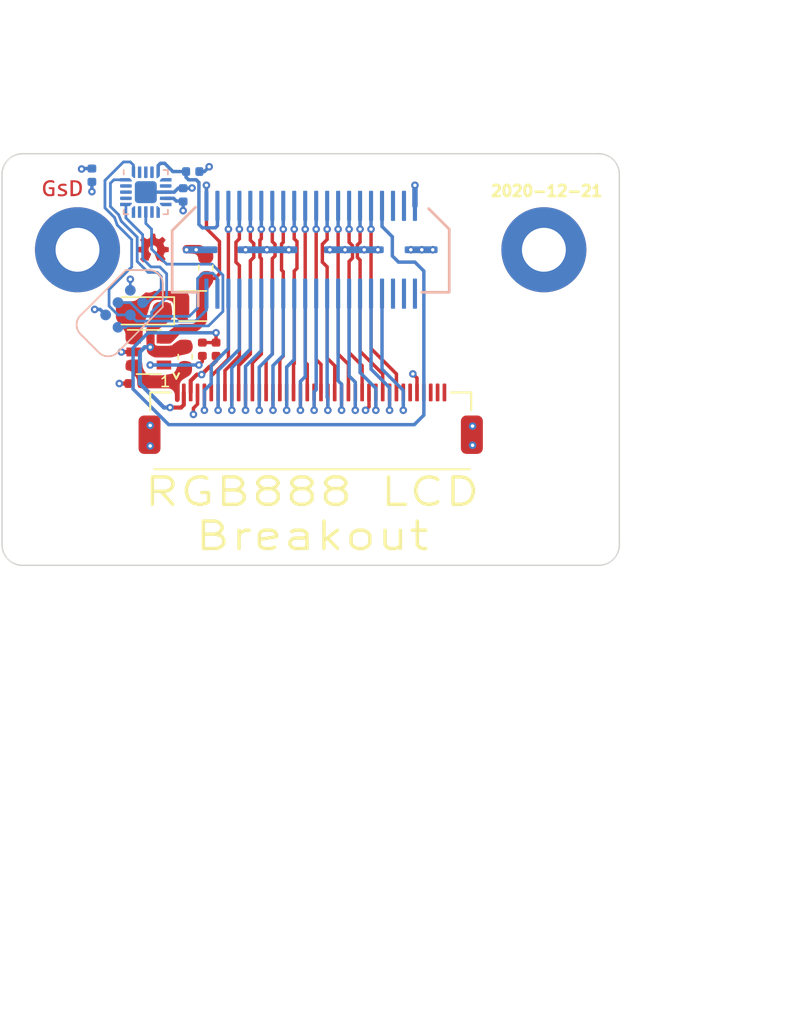
<source format=kicad_pcb>
(kicad_pcb (version 20221018) (generator pcbnew)
  (title_block (title "RGB888 LCD breakout") (date "2020-12-21") (rev "r1.0") (comment 1 "SYZYGY Pod"))
  (layers (0 "F.Cu" signal) (1 "In1.Cu" power) (2 "In2.Cu" signal) (31 "B.Cu" signal) (34 "B.Paste" user) (35 "F.Paste" user) (36 "B.SilkS" user "B.Silkscreen") (37 "F.SilkS" user "F.Silkscreen") (38 "B.Mask" user) (39 "F.Mask" user) (44 "Edge.Cuts" user))
  (net 0 "")
  (net 1 "GND")
  (net 2 "+3V3")
  (net 3 "/Peripheral MCU/MISO")
  (net 4 "/Peripheral MCU/~{RESET}")
  (net 5 "/SCL")
  (net 6 "/SDA")
  (net 7 "/RGA")
  (net 8 "/R0")
  (net 9 "/R1")
  (net 10 "/R2")
  (net 11 "/R3")
  (net 12 "+5V")
  (net 13 "/R4")
  (net 14 "/R5")
  (net 15 "/R6")
  (net 16 "/R7")
  (net 17 "/G0")
  (net 18 "/G1")
  (net 19 "/G2")
  (net 20 "/G3")
  (net 21 "/G4")
  (net 22 "/G5")
  (net 23 "/G6")
  (net 24 "/G7")
  (net 25 "/B0")
  (net 26 "/B1")
  (net 27 "/B2")
  (net 28 "/B3")
  (net 29 "/B4")
  (net 30 "/B5")
  (net 31 "/B6")
  (net 32 "/B7")
  (net 33 "/CLK")
  (net 34 "/DISP")
  (net 35 "/HSYNC")
  (net 36 "Net-(U2-Pad2)")
  (net 37 "Net-(U2-Pad3)")
  (net 38 "Net-(U2-Pad4)")
  (net 39 "Net-(U2-Pad11)")
  (net 40 "Net-(U2-Pad12)")
  (net 41 "Net-(U2-Pad14)")
  (net 42 "Net-(U2-Pad15)")
  (net 43 "Net-(J1-Pad37)")
  (net 44 "Net-(J1-Pad38)")
  (net 45 "/VCCIO")
  (net 46 "/VSYNC")
  (net 47 "/DEN")
  (net 48 "Net-(J1-Pad35)")
  (net 49 "Net-(D1-Pad2)")
  (net 50 "/TPY2")
  (net 51 "Net-(J1-Pad36)")
  (net 52 "/TPX2")
  (net 53 "/TPY1")
  (net 54 "/TPX1")
  (net 55 "/BLEN")
  (net 56 "no_connect_59")
  (net 57 "/VLED+")
  (net 58 "/VLED-")
  (net 59 "no_connect_63")
  (net 60 "no_connect_64")
  (net 61 "Net-(R1-Pad2)")
  (net 62 "no_connect_60")
  (net 63 "no_connect_61")
  (net 64 "no_connect_62")
  (net 65 "no_connect_65")
  (footprint "Inductor_SMD:L_Taiyo-Yuden_MD-2020" (layer "F.Cu") (at 121.4 92.3 180)
    (fp_text reference "L1" hide)
    (fp_text value "2.2uH" hide)
  )
  (footprint "MountingHole:MountingHole_3.2mm_M3_DIN965" (layer "F.Cu") (at 147.5 98.2 90)
    (fp_text reference "H2" hide)
    (fp_text value "MountingHole" hide)
  )
  (footprint "MountingHole:MountingHole_3.2mm_M3_DIN965" (layer "F.Cu") (at 112.5 98.2 90)
    (fp_text reference "H1" hide)
    (fp_text value "MountingHole" hide)
  )
  (footprint "Resistor_SMD:R_0402_1005Metric" (layer "F.Cu") (at 123.1 95.45 90)
    (fp_text reference "R2" hide)
    (fp_text value "10k" hide)
  )
  (footprint "Package_TO_SOT_SMD:SOT-23-6" (layer "F.Cu") (at 118.2 95.65)
    (fp_text reference "U1" hide)
    (fp_text value "PT4103" hide)
  )
  (footprint "Resistor_SMD:R_0402_1005Metric" (layer "F.Cu") (at 117.2 97.95)
    (fp_text reference "R3" hide)
    (fp_text value "5R1" hide)
  )
  (footprint "gkl_logos:gsd_logo_small" (layer "F.Cu") (at 111.9 83.8)
    (fp_text reference "G***" hide)
    (fp_text value "LOGO" hide)
  )
  (footprint "gsd-footprints:X05A20H40G" (layer "F.Cu") (at 130 98.6)
    (fp_text reference "J2" hide)
    (fp_text value "Conn_01x40_MountingPin" hide)
  )
  (footprint "Connector_PinHeader_1.00mm:PinHeader_1x01_P1.00mm_Vertical" (layer "F.Cu") (at 146.56 142.81)
    (fp_text reference "" hide)
    (fp_text value "" hide)
  )
  (footprint "Capacitor_SMD:C_0603_1608Metric" (layer "F.Cu") (at 120.85 96 -90)
    (fp_text reference "C1" hide)
    (fp_text value "0.1uF" hide)
  )
  (footprint "Diode_SMD:D_SOD-123F" (layer "F.Cu") (at 117.85 92.65 180)
    (fp_text reference "D1" hide)
    (fp_text value "D_ALT" hide)
  )
  (footprint "Capacitor_SMD:C_0603_1608Metric" (layer "F.Cu") (at 122.35 89.5 90)
    (fp_text reference "C2" hide)
    (fp_text value "22uF" hide)
  )
  (footprint "Resistor_SMD:R_0402_1005Metric" (layer "F.Cu") (at 122.1 95.45 -90)
    (fp_text reference "R1" hide)
    (fp_text value "1k" hide)
  )
  (footprint "gkl_logos:oshw_small" (layer "F.Cu") (at 118.5 88.1)
    (fp_text reference "G***" hide)
    (fp_text value "LOGO" hide)
  )
  (footprint "gsd-footprints:SYZYGY-STD-POD" (layer "B.Cu") (at 130 88.2 180)
    (fp_text reference "J1" hide)
    (fp_text value "SYZYGY-STD" hide)
  )
  (footprint "Package_DFN_QFN:QFN-20-1EP_3x3mm_P0.45mm_EP1.6x1.6mm" (layer "B.Cu") (at 117.979 84 -90)
    (fp_text reference "U2" hide)
    (fp_text value "ATtiny44A-MMH" hide)
  )
  (footprint "Resistor_SMD:R_0402_1005Metric" (layer "B.Cu") (at 121.4 82.5 180)
    (fp_text reference "R15" hide)
    (fp_text value "10K" hide)
  )
  (footprint "Capacitor_SMD:C_0402_1005Metric" (layer "B.Cu") (at 120.7 84.2 90)
    (fp_text reference "C9" hide)
    (fp_text value "0.1uF" hide)
  )
  (footprint "Capacitor_SMD:C_0402_1005Metric" (layer "B.Cu") (at 114.05 82.765 90)
    (fp_text reference "C10" hide)
    (fp_text value "1uF" hide)
  )
  (footprint "pkl_tag_connect:TC2030-NL_SMALL" (layer "B.Cu") (at 116.4 92.5 -135)
    (fp_text reference "J3" hide)
    (fp_text value "TagConnect" hide)
  )
  (gr_line (start 151 111.2) (end 109 111.2) (stroke (width 0.1)) (layer "Edge.Cuts"))
  (gr_line (start 109 81.2) (end 151 81.2) (stroke (width 0.1)) (layer "Edge.Cuts"))
  (gr_line (start 107.5 109.7) (end 107.5 82.7) (stroke (width 0.1)) (layer "Edge.Cuts"))
  (gr_arc (start 107.5 82.7) (mid 107.93934 81.63934) (end 109 81.2) (stroke (width 0.1)) (layer "Edge.Cuts"))
  (gr_arc (start 109 111.2) (mid 107.93934 110.76066) (end 107.5 109.7) (stroke (width 0.1)) (layer "Edge.Cuts"))
  (gr_line (start 152.5 82.7) (end 152.5 109.7) (stroke (width 0.1)) (layer "Edge.Cuts"))
  (gr_arc (start 151 81.2) (mid 152.06066 81.63934) (end 152.5 82.7) (stroke (width 0.1)) (layer "Edge.Cuts"))
  (gr_arc (start 152.5 109.7) (mid 152.06066 110.76066) (end 151 111.2) (stroke (width 0.1)) (layer "Edge.Cuts"))
  (gr_text "2020-12-21\n" (at 147.2 83.918) (layer "F.SilkS") (effects (font (size 0.8 0.8) (thickness 0.2))))
  (gr_text "RGB888 LCD\nBreakout" (at 130.1 107.45) (layer "F.SilkS") (effects (font (size 2 2.6) (thickness 0.25))))
  (segment (start 137.75 97.55) (end 137.45 97.25) (width 0.25) (layer "F.Cu") (net 1))
  (segment (start 122.6 96.75) (end 122.65 96.75) (width 0.3) (layer "F.Cu") (net 1))
  (segment (start 134.25 98.6) (end 134.25 99.65) (width 0.25) (layer "F.Cu") (net 1))
  (segment (start 121.25 97.75) (end 121.25 98.6) (width 0.3) (layer "F.Cu") (net 1))
  (segment (start 121.8375 88.2) (end 122.35 88.7125) (width 0.25) (layer "F.Cu") (net 1))
  (segment (start 116.715 97.95) (end 116.05 97.95) (width 0.3) (layer "F.Cu") (net 1))
  (segment (start 122.05 97.3) (end 122.6 96.75) (width 0.3) (layer "F.Cu") (net 1))
  (segment (start 122.05 97.3) (end 121.7 97.3) (width 0.3) (layer "F.Cu") (net 1))
  (segment (start 121.7 97.3) (end 121.25 97.75) (width 0.3) (layer "F.Cu") (net 1))
  (segment (start 137.75 98.6) (end 137.75 97.55) (width 0.25) (layer "F.Cu") (net 1))
  (segment (start 123.1 96.3) (end 123.1 95.935) (width 0.3) (layer "F.Cu") (net 1))
  (segment (start 121.65 88.2) (end 121.8375 88.2) (width 0.25) (layer "F.Cu") (net 1))
  (segment (start 122.65 96.75) (end 123.1 96.3) (width 0.3) (layer "F.Cu") (net 1))
  (segment (start 134.25 99.65) (end 134 99.9) (width 0.25) (layer "F.Cu") (net 1))
  (segment (start 117.1 95.65) (end 116.2 95.65) (width 0.3) (layer "F.Cu") (net 1))
  (via (at 120.95 88.2) (size 0.55) (drill 0.25) (layers "F.Cu" "B.Cu") (net 1))
  (via (at 116.2 95.65) (size 0.55) (drill 0.25) (layers "F.Cu" "B.Cu") (net 1))
  (via (at 141.8 101.05) (size 0.55) (drill 0.25) (layers "F.Cu" "B.Cu") (net 1))
  (via (at 137.3 88.2) (size 0.55) (drill 0.25) (layers "F.Cu" "B.Cu") (net 1))
  (via (at 128.4 88.2) (size 0.55) (drill 0.25) (layers "F.Cu" "B.Cu") (net 1))
  (via (at 131.4 88.2) (size 0.55) (drill 0.25) (layers "F.Cu" "B.Cu") (net 1))
  (via (at 134 99.9) (size 0.55) (drill 0.25) (layers "F.Cu" "B.Cu") (net 1))
  (via (at 132.5 88.2) (size 0.55) (drill 0.25) (layers "F.Cu" "B.Cu") (net 1))
  (via (at 138.9 88.2) (size 0.55) (drill 0.25) (layers "F.Cu" "B.Cu") (net 1))
  (via (at 118.3 101) (size 0.55) (drill 0.25) (layers "F.Cu" "B.Cu") (net 1))
  (via (at 113.3 82.315) (size 0.55) (drill 0.25) (layers "F.Cu" "B.Cu") (net 1))
  (via (at 121.65 88.2) (size 0.55) (drill 0.25) (layers "F.Cu" "B.Cu") (net 1))
  (via (at 141.8 102.45) (size 0.55) (drill 0.25) (layers "F.Cu" "B.Cu") (net 1))
  (via (at 126.8 88.2) (size 0.55) (drill 0.25) (layers "F.Cu" "B.Cu") (net 1))
  (via (at 133.9 88.2) (size 0.55) (drill 0.25) (layers "F.Cu" "B.Cu") (net 1))
  (via (at 137.45 97.25) (size 0.55) (drill 0.25) (layers "F.Cu" "B.Cu") (net 1))
  (via (at 121.35 83.7) (size 0.55) (drill 0.25) (layers "F.Cu" "B.Cu") (net 1))
  (via (at 125.25 88.2) (size 0.55) (drill 0.25) (layers "F.Cu" "B.Cu") (net 1))
  (via (at 116.05 97.95) (size 0.55) (drill 0.25) (layers "F.Cu" "B.Cu") (net 1))
  (via (at 114.25 92.55) (size 0.55) (drill 0.25) (layers "F.Cu" "B.Cu") (net 1))
  (via (at 138.1 88.2) (size 0.55) (drill 0.25) (layers "F.Cu" "B.Cu") (net 1))
  (via (at 134.9 88.2) (size 0.55) (drill 0.25) (layers "F.Cu" "B.Cu") (net 1))
  (via (at 122.05 97.3) (size 0.55) (drill 0.25) (layers "F.Cu" "B.Cu") (net 1))
  (via (at 118.3 102.5) (size 0.55) (drill 0.25) (layers "F.Cu" "B.Cu") (net 1))
  (segment (start 113.335 82.28) (end 113.3 82.315) (width 0.25) (layer "B.Cu") (net 1))
  (segment (start 119.429 84) (end 120.05 84) (width 0.25) (layer "B.Cu") (net 1))
  (segment (start 115.052962 92.949013) (end 114.653949 92.55) (width 0.25) (layer "B.Cu") (net 1))
  (segment (start 121.335 83.715) (end 121.35 83.7) (width 0.25) (layer "B.Cu") (net 1))
  (segment (start 120.7 83.715) (end 121.335 83.715) (width 0.25) (layer "B.Cu") (net 1))
  (segment (start 119.429 84) (end 117.979 84) (width 0.25) (layer "B.Cu") (net 1))
  (segment (start 114.653949 92.55) (end 114.25 92.55) (width 0.25) (layer "B.Cu") (net 1))
  (segment (start 120.05 84) (end 120.335 83.715) (width 0.25) (layer "B.Cu") (net 1))
  (segment (start 120.335 83.715) (end 120.7 83.715) (width 0.25) (layer "B.Cu") (net 1))
  (segment (start 114.05 82.28) (end 113.335 82.28) (width 0.25) (layer "B.Cu") (net 1))
  (segment (start 121.75 98.6) (end 121.75 99.45) (width 0.25) (layer "F.Cu") (net 2))
  (segment (start 121.75 99.45) (end 121.45 99.75) (width 0.25) (layer "F.Cu") (net 2))
  (segment (start 121.45 99.75) (end 121.45 100.2) (width 0.25) (layer "F.Cu") (net 2))
  (via (at 116.85 90.35) (size 0.55) (drill 0.25) (layers "F.Cu" "B.Cu") (net 2))
  (via (at 137.6 83.5) (size 0.55) (drill 0.25) (layers "F.Cu" "B.Cu") (net 2))
  (via (at 114.05 83.965) (size 0.55) (drill 0.25) (layers "F.Cu" "B.Cu") (net 2))
  (via (at 120.7 85.35) (size 0.55) (drill 0.25) (layers "F.Cu" "B.Cu") (net 2))
  (via (at 122.6 82.15) (size 0.55) (drill 0.25) (layers "F.Cu" "B.Cu") (net 2))
  (via (at 121.45 100.2) (size 0.55) (drill 0.25) (layers "F.Cu" "B.Cu") (net 2))
  (segment (start 137.6 85) (end 137.6 83.5) (width 0.4) (layer "B.Cu") (net 2))
  (segment (start 116.849013 91.152962) (end 116.849013 90.350987) (width 0.2) (layer "B.Cu") (net 2))
  (segment (start 121.885 82.5) (end 122.25 82.5) (width 0.25) (layer "B.Cu") (net 2))
  (segment (start 119.429 84.45) (end 120 84.45) (width 0.25) (layer "B.Cu") (net 2))
  (segment (start 116.849013 90.350987) (end 116.85 90.35) (width 0.2) (layer "B.Cu") (net 2))
  (segment (start 120.7 84.685) (end 120.7 85.35) (width 0.25) (layer "B.Cu") (net 2))
  (segment (start 122.25 82.5) (end 122.6 82.15) (width 0.25) (layer "B.Cu") (net 2))
  (segment (start 120.2 84.65) (end 120.665 84.65) (width 0.25) (layer "B.Cu") (net 2))
  (segment (start 120 84.45) (end 120.2 84.65) (width 0.25) (layer "B.Cu") (net 2))
  (segment (start 114.05 83.25) (end 114.05 83.965) (width 0.25) (layer "B.Cu") (net 2))
  (segment (start 118.15 89.85) (end 118.8 89.85) (width 0.2) (layer "B.Cu") (net 3))
  (segment (start 118.099013 92.050987) (end 117.747038 92.050987) (width 0.2) (layer "B.Cu") (net 3))
  (segment (start 116.1875 86.1125) (end 117.35 87.275) (width 0.2) (layer "B.Cu") (net 3))
  (segment (start 116.529 83.1) (end 115.65 83.1) (width 0.2) (layer "B.Cu") (net 3))
  (segment (start 117.35 87.275) (end 117.35 89.05) (width 0.2) (layer "B.Cu") (net 3))
  (segment (start 117.35 89.05) (end 118.15 89.85) (width 0.2) (layer "B.Cu") (net 3))
  (segment (start 116 85.65) (end 116.1875 86.1125) (width 0.2) (layer "B.Cu") (net 3))
  (segment (start 115.4 83.35) (end 115.4 85.05) (width 0.2) (layer "B.Cu") (net 3))
  (segment (start 115.65 83.1) (end 115.4 83.35) (width 0.2) (layer "B.Cu") (net 3))
  (segment (start 119.1 90.15) (end 119.1 91.05) (width 0.2) (layer "B.Cu") (net 3))
  (segment (start 119.1 91.05) (end 118.099013 92.050987) (width 0.2) (layer "B.Cu") (net 3))
  (segment (start 115.4 85.05) (end 116 85.65) (width 0.2) (layer "B.Cu") (net 3))
  (segment (start 118.8 89.85) (end 119.1 90.15) (width 0.2) (layer "B.Cu") (net 3))
  (segment (start 121.55 89.25) (end 122.8 89.25) (width 0.2) (layer "B.Cu") (net 4))
  (segment (start 122.55 93.75) (end 116.6 93.75) (width 0.2) (layer "B.Cu") (net 4))
  (segment (start 123.6 90.05) (end 123.6 92.7) (width 0.2) (layer "B.Cu") (net 4))
  (segment (start 122.8 89.25) (end 123.6 90.05) (width 0.2) (layer "B.Cu") (net 4))
  (segment (start 123.6 92.7) (end 122.55 93.75) (width 0.2) (layer "B.Cu") (net 4))
  (segment (start 116.6 93.75) (end 116.5 93.85) (width 0.2) (layer "B.Cu") (net 4))
  (segment (start 121.45 89.25) (end 119.5 89.25) (width 0.2) (layer "B.Cu") (net 4))
  (segment (start 117.979 86.279) (end 117.979 86.179) (width 0.2) (layer "B.Cu") (net 4))
  (segment (start 119.5 89.25) (end 118.4 88.15) (width 0.2) (layer "B.Cu") (net 4))
  (segment (start 118.4 88.15) (end 118.4 86.7) (width 0.2) (layer "B.Cu") (net 4))
  (segment (start 121.55 89.25) (end 121.45 89.25) (width 0.2) (layer "B.Cu") (net 4))
  (segment (start 117.979 85.45) (end 117.979 86.179) (width 0.2) (layer "B.Cu") (net 4))
  (segment (start 116.497038 93.847038) (end 115.950987 93.847038) (width 0.2) (layer "B.Cu") (net 4))
  (segment (start 116.5 93.85) (end 116.497038 93.847038) (width 0.2) (layer "B.Cu") (net 4))
  (segment (start 118.4 86.7) (end 117.979 86.279) (width 0.2) (layer "B.Cu") (net 4))
  (segment (start 121.6 93.4) (end 117.3 93.4) (width 0.2) (layer "B.Cu") (net 5))
  (segment (start 115.949013 92.949013) (end 115.3 92.3) (width 0.2) (layer "B.Cu") (net 5))
  (segment (start 116.85 81.8) (end 117.079 82.029) (width 0.2) (layer "B.Cu") (net 5))
  (segment (start 117.3 93.4) (end 116.849013 92.949013) (width 0.2) (layer "B.Cu") (net 5))
  (segment (start 116.35 81.8) (end 116.85 81.8) (width 0.2) (layer "B.Cu") (net 5))
  (segment (start 117.079 82.029) (end 117.079 82.55) (width 0.2) (layer "B.Cu") (net 5))
  (segment (start 115 85.15) (end 115 83.15) (width 0.2) (layer "B.Cu") (net 5))
  (segment (start 115.3 91.1) (end 116.95 89.45) (width 0.2) (layer "B.Cu") (net 5))
  (segment (start 115 83.15) (end 116.35 81.8) (width 0.2) (layer "B.Cu") (net 5))
  (segment (start 122.4 91.4) (end 122.4 92.6) (width 0.2) (layer "B.Cu") (net 5))
  (segment (start 116.849013 92.949013) (end 115.949013 92.949013) (width 0.2) (layer "B.Cu") (net 5))
  (segment (start 116.95 87.45) (end 115.9 86.4) (width 0.2) (layer "B.Cu") (net 5))
  (segment (start 115.9 86.4) (end 115.7 85.85) (width 0.2) (layer "B.Cu") (net 5))
  (segment (start 115.7 85.85) (end 115 85.15) (width 0.2) (layer "B.Cu") (net 5))
  (segment (start 115.3 92.3) (end 115.3 91.1) (width 0.2) (layer "B.Cu") (net 5))
  (segment (start 122.4 92.6) (end 121.6 93.4) (width 0.2) (layer "B.Cu") (net 5))
  (segment (start 116.95 89.45) (end 116.95 87.45) (width 0.2) (layer "B.Cu") (net 5))
  (segment (start 116.529 85.879) (end 117.75 87.1) (width 0.2) (layer "B.Cu") (net 6))
  (segment (start 119.5 91.65) (end 118.4 92.75) (width 0.2) (layer "B.Cu") (net 6))
  (segment (start 118.4 93.05) (end 121.15 93.05) (width 0.2) (layer "B.Cu") (net 6))
  (segment (start 117.85 93.05) (end 118.4 93.05) (width 0.2) (layer "B.Cu") (net 6))
  (segment (start 116.529 84.9) (end 116.529 85.879) (width 0.2) (layer "B.Cu") (net 6))
  (segment (start 117.75 88.85) (end 118.35 89.45) (width 0.2) (layer "B.Cu") (net 6))
  (segment (start 123.2 90.25) (end 123.2 91.4) (width 0.2) (layer "B.Cu") (net 6))
  (segment (start 121.15 93.05) (end 121.75 92.45) (width 0.2) (layer "B.Cu") (net 6))
  (segment (start 116.850987 92.050987) (end 117.85 93.05) (width 0.2) (layer "B.Cu") (net 6))
  (segment (start 119 89.45) (end 119.5 89.95) (width 0.2) (layer "B.Cu") (net 6))
  (segment (start 118.4 92.75) (end 118.4 93.05) (width 0.2) (layer "B.Cu") (net 6))
  (segment (start 115.950987 92.050987) (end 116.850987 92.050987) (width 0.2) (layer "B.Cu") (net 6))
  (segment (start 121.75 90.3) (end 122.15 89.9) (width 0.2) (layer "B.Cu") (net 6))
  (segment (start 122.15 89.9) (end 122.85 89.9) (width 0.2) (layer "B.Cu") (net 6))
  (segment (start 121.75 92.45) (end 121.75 90.3) (width 0.2) (layer "B.Cu") (net 6))
  (segment (start 122.85 89.9) (end 123.2 90.25) (width 0.2) (layer "B.Cu") (net 6))
  (segment (start 118.35 89.45) (end 119 89.45) (width 0.2) (layer "B.Cu") (net 6))
  (segment (start 117.75 87.1) (end 117.75 88.85) (width 0.2) (layer "B.Cu") (net 6))
  (segment (start 119.5 89.95) (end 119.5 91.65) (width 0.2) (layer "B.Cu") (net 6))
  (segment (start 118.879 82.071) (end 119.05 81.9) (width 0.25) (layer "B.Cu") (net 7))
  (segment (start 118.879 82.55) (end 118.879 82.071) (width 0.25) (layer "B.Cu") (net 7))
  (segment (start 121.85 86.35) (end 121.85 83.3) (width 0.25) (layer "B.Cu") (net 7))
  (segment (start 121.1 83.1) (end 120.915 82.915) (width 0.25) (layer "B.Cu") (net 7))
  (segment (start 123.05 86.6) (end 122.1 86.6) (width 0.25) (layer "B.Cu") (net 7))
  (segment (start 123.2 86.45) (end 123.05 86.6) (width 0.25) (layer "B.Cu") (net 7))
  (segment (start 119.95 82.5) (end 120.915 82.5) (width 0.25) (layer "B.Cu") (net 7))
  (segment (start 121.65 83.1) (end 121.1 83.1) (width 0.25) (layer "B.Cu") (net 7))
  (segment (start 123.2 85) (end 123.2 86.45) (width 0.25) (layer "B.Cu") (net 7))
  (segment (start 119.35 81.9) (end 119.95 82.5) (width 0.25) (layer "B.Cu") (net 7))
  (segment (start 122.1 86.6) (end 121.85 86.35) (width 0.25) (layer "B.Cu") (net 7))
  (segment (start 120.915 82.915) (end 120.915 82.5) (width 0.25) (layer "B.Cu") (net 7))
  (segment (start 119.05 81.9) (end 119.35 81.9) (width 0.25) (layer "B.Cu") (net 7))
  (segment (start 121.85 83.3) (end 121.65 83.1) (width 0.25) (layer "B.Cu") (net 7))
  (segment (start 122.25 98.6) (end 122.25 99.9) (width 0.25) (layer "F.Cu") (net 8))
  (via (at 122.25 99.9) (size 0.55) (drill 0.25) (layers "F.Cu" "B.Cu") (net 8))
  (segment (start 122.75 96.65) (end 122.925 96.475) (width 0.25) (layer "B.Cu") (net 8))
  (segment (start 122.25 99.35) (end 122.25 99.9) (width 0.25) (layer "B.Cu") (net 8))
  (segment (start 124 95.4) (end 122.925 96.475) (width 0.25) (layer "B.Cu") (net 8))
  (segment (start 122.25 98.45) (end 122.75 97.95) (width 0.25) (layer "B.Cu") (net 8))
  (segment (start 122.25 99.35) (end 122.25 98.45) (width 0.25) (layer "B.Cu") (net 8))
  (segment (start 124 91.4) (end 124 95.4) (width 0.25) (layer "B.Cu") (net 8))
  (segment (start 122.75 97.95) (end 122.75 96.65) (width 0.25) (layer "B.Cu") (net 8))
  (segment (start 124 96.15) (end 124 86.7) (width 0.25) (layer "F.Cu") (net 9))
  (segment (start 122.75 97.4) (end 124 96.15) (width 0.25) (layer "F.Cu") (net 9))
  (segment (start 122.75 98.6) (end 122.75 97.4) (width 0.25) (layer "F.Cu") (net 9))
  (via (at 124 86.7) (size 0.55) (drill 0.25) (layers "F.Cu" "B.Cu") (net 9))
  (segment (start 124 86.7) (end 124 85) (width 0.25) (layer "B.Cu") (net 9))
  (segment (start 123.25 98.6) (end 123.25 99.9) (width 0.25) (layer "F.Cu") (net 10))
  (via (at 123.25 99.9) (size 0.55) (drill 0.25) (layers "F.Cu" "B.Cu") (net 10))
  (segment (start 123.25 99.9) (end 123.25 97) (width 0.25) (layer "B.Cu") (net 10))
  (segment (start 124.8 95.45) (end 124.8 91.4) (width 0.25) (layer "B.Cu") (net 10))
  (segment (start 123.25 97) (end 124.8 95.45) (width 0.25) (layer "B.Cu") (net 10))
  (segment (start 124.55 87.65) (end 124.8 87.4) (width 0.25) (layer "F.Cu") (net 11))
  (segment (start 123.75 98.6) (end 123.75 97) (width 0.25) (layer "F.Cu") (net 11))
  (segment (start 124.8 89.35) (end 124.55 89.1) (width 0.25) (layer "F.Cu") (net 11))
  (segment (start 124.8 87.4) (end 124.8 86.7) (width 0.25) (layer "F.Cu") (net 11))
  (segment (start 123.75 97) (end 124.8 95.95) (width 0.25) (layer "F.Cu") (net 11))
  (segment (start 124.8 95.95) (end 124.8 89.35) (width 0.25) (layer "F.Cu") (net 11))
  (segment (start 124.55 89.1) (end 124.55 87.65) (width 0.25) (layer "F.Cu") (net 11))
  (via (at 124.8 86.7) (size 0.55) (drill 0.25) (layers "F.Cu" "B.Cu") (net 11))
  (segment (start 124.8 86.7) (end 124.8 85) (width 0.25) (layer "B.Cu") (net 11))
  (segment (start 123.35 87.6) (end 122.4 86.65) (width 0.25) (layer "F.Cu") (net 12))
  (segment (start 123.0125 90.2875) (end 123.35 89.95) (width 0.25) (layer "F.Cu") (net 12))
  (segment (start 123.35 89.95) (end 123.35 87.6) (width 0.25) (layer "F.Cu") (net 12))
  (segment (start 122.4 86.65) (end 122.4 83.5) (width 0.25) (layer "F.Cu") (net 12))
  (segment (start 119.3 94.7) (end 119.7 94.7) (width 0.3) (layer "F.Cu") (net 12))
  (segment (start 122.35 90.75) (end 122.075 91.025) (width 0.25) (layer "F.Cu") (net 12))
  (segment (start 119.7 94.7) (end 120.4 94) (width 0.3) (layer "F.Cu") (net 12))
  (segment (start 120.4 94) (end 120.5 93.9) (width 0.25) (layer "F.Cu") (net 12))
  (segment (start 122.075 91.025) (end 122.075 92.3) (width 0.25) (layer "F.Cu") (net 12))
  (segment (start 120.5 93.9) (end 121.7 93.9) (width 0.25) (layer "F.Cu") (net 12))
  (segment (start 122.35 90.2875) (end 123.0125 90.2875) (width 0.25) (layer "F.Cu") (net 12))
  (segment (start 122.35 90.2875) (end 122.35 90.75) (width 0.25) (layer "F.Cu") (net 12))
  (segment (start 122.075 93.525) (end 122.075 92.3) (width 0.25) (layer "F.Cu") (net 12))
  (segment (start 121.7 93.9) (end 122.075 93.525) (width 0.25) (layer "F.Cu") (net 12))
  (via (at 122.4 83.5) (size 0.55) (drill 0.25) (layers "F.Cu" "B.Cu") (net 12))
  (segment (start 122.4 83.5) (end 122.4 85) (width 0.25) (layer "B.Cu") (net 12))
  (segment (start 124.25 98.6) (end 124.25 99.9) (width 0.25) (layer "F.Cu") (net 13))
  (via (at 124.25 99.9) (size 0.55) (drill 0.25) (layers "F.Cu" "B.Cu") (net 13))
  (segment (start 125.6 91.4) (end 125.6 95.45) (width 0.25) (layer "B.Cu") (net 13))
  (segment (start 125.6 95.45) (end 124.25 96.8) (width 0.25) (layer "B.Cu") (net 13))
  (segment (start 124.25 96.8) (end 124.25 99.9) (width 0.25) (layer "B.Cu") (net 13))
  (segment (start 125.85 87.75) (end 125.85 88.75) (width 0.25) (layer "F.Cu") (net 14))
  (segment (start 125.6 86.7) (end 125.6 87.5) (width 0.25) (layer "F.Cu") (net 14))
  (segment (start 125.6 95.8) (end 124.75 96.65) (width 0.25) (layer "F.Cu") (net 14))
  (segment (start 125.6 89) (end 125.6 95.8) (width 0.25) (layer "F.Cu") (net 14))
  (segment (start 125.6 87.5) (end 125.85 87.75) (width 0.25) (layer "F.Cu") (net 14))
  (segment (start 124.75 96.65) (end 124.75 98.6) (width 0.25) (layer "F.Cu") (net 14))
  (segment (start 125.85 88.75) (end 125.6 89) (width 0.25) (layer "F.Cu") (net 14))
  (via (at 125.6 86.7) (size 0.55) (drill 0.25) (layers "F.Cu" "B.Cu") (net 14))
  (segment (start 125.6 85) (end 125.6 86.7) (width 0.25) (layer "B.Cu") (net 14))
  (segment (start 125.25 98.6) (end 125.25 99.9) (width 0.25) (layer "F.Cu") (net 15))
  (via (at 125.25 99.9) (size 0.55) (drill 0.25) (layers "F.Cu" "B.Cu") (net 15))
  (segment (start 125.25 96.7) (end 126.4 95.55) (width 0.25) (layer "B.Cu") (net 15))
  (segment (start 125.25 99.9) (end 125.25 96.7) (width 0.25) (layer "B.Cu") (net 15))
  (segment (start 126.4 95.55) (end 126.4 91.4) (width 0.25) (layer "B.Cu") (net 15))
  (segment (start 126.3 88.75) (end 126.3 87.5) (width 0.25) (layer "F.Cu") (net 16))
  (segment (start 126.4 95.8) (end 126.4 88.85) (width 0.25) (layer "F.Cu") (net 16))
  (segment (start 126.4 87.4) (end 126.4 86.7) (width 0.25) (layer "F.Cu") (net 16))
  (segment (start 126.3 87.5) (end 126.4 87.4) (width 0.25) (layer "F.Cu") (net 16))
  (segment (start 126.4 88.85) (end 126.3 88.75) (width 0.25) (layer "F.Cu") (net 16))
  (segment (start 125.75 98.6) (end 125.75 96.45) (width 0.25) (layer "F.Cu") (net 16))
  (segment (start 125.75 96.45) (end 126.4 95.8) (width 0.25) (layer "F.Cu") (net 16))
  (via (at 126.4 86.7) (size 0.55) (drill 0.25) (layers "F.Cu" "B.Cu") (net 16))
  (segment (start 126.4 86.7) (end 126.4 85) (width 0.25) (layer "B.Cu") (net 16))
  (segment (start 126.25 98.6) (end 126.25 99.9) (width 0.25) (layer "F.Cu") (net 17))
  (via (at 126.25 99.9) (size 0.55) (drill 0.25) (layers "F.Cu" "B.Cu") (net 17))
  (segment (start 127.2 91.4) (end 127.2 95.8) (width 0.25) (layer "B.Cu") (net 17))
  (segment (start 126.25 96.75) (end 126.25 99.9) (width 0.25) (layer "B.Cu") (net 17))
  (segment (start 127.2 95.8) (end 126.25 96.75) (width 0.25) (layer "B.Cu") (net 17))
  (segment (start 126.75 96.25) (end 126.75 98.6) (width 0.25) (layer "F.Cu") (net 18))
  (segment (start 127.2 88.85) (end 127.2 95.8) (width 0.25) (layer "F.Cu") (net 18))
  (segment (start 127.2 95.8) (end 126.75 96.25) (width 0.25) (layer "F.Cu") (net 18))
  (segment (start 127.4 88.65) (end 127.2 88.85) (width 0.25) (layer "F.Cu") (net 18))
  (segment (start 127.4 87.8) (end 127.4 88.65) (width 0.25) (layer "F.Cu") (net 18))
  (segment (start 127.2 87.6) (end 127.4 87.8) (width 0.25) (layer "F.Cu") (net 18))
  (segment (start 127.2 86.7) (end 127.2 87.6) (width 0.25) (layer "F.Cu") (net 18))
  (via (at 127.2 86.7) (size 0.55) (drill 0.25) (layers "F.Cu" "B.Cu") (net 18))
  (segment (start 127.2 85) (end 127.2 86.7) (width 0.25) (layer "B.Cu") (net 18))
  (segment (start 127.25 98.6) (end 127.25 99.9) (width 0.25) (layer "F.Cu") (net 19))
  (via (at 127.25 99.9) (size 0.55) (drill 0.25) (layers "F.Cu" "B.Cu") (net 19))
  (segment (start 128 95.9) (end 127.25 96.65) (width 0.25) (layer "B.Cu") (net 19))
  (segment (start 128 91.4) (end 128 95.9) (width 0.25) (layer "B.Cu") (net 19))
  (segment (start 127.25 96.65) (end 127.25 99.9) (width 0.25) (layer "B.Cu") (net 19))
  (segment (start 128 87.1) (end 128 86.7) (width 0.25) (layer "F.Cu") (net 20))
  (segment (start 128 95.95) (end 128 89.8) (width 0.25) (layer "F.Cu") (net 20))
  (segment (start 128 87.65) (end 128 87.1) (width 0.25) (layer "F.Cu") (net 20))
  (segment (start 127.75 96.2) (end 128 95.95) (width 0.25) (layer "F.Cu") (net 20))
  (segment (start 127.75 98.6) (end 127.75 96.2) (width 0.25) (layer "F.Cu") (net 20))
  (segment (start 128 89.8) (end 127.875 89.675) (width 0.25) (layer "F.Cu") (net 20))
  (segment (start 127.875 89.675) (end 127.875 87.775) (width 0.25) (layer "F.Cu") (net 20))
  (segment (start 127.875 87.775) (end 128 87.65) (width 0.25) (layer "F.Cu") (net 20))
  (via (at 128 86.7) (size 0.55) (drill 0.25) (layers "F.Cu" "B.Cu") (net 20))
  (segment (start 128 86.7) (end 128 85) (width 0.25) (layer "B.Cu") (net 20))
  (segment (start 128.25 98.6) (end 128.25 99.9) (width 0.25) (layer "F.Cu") (net 21))
  (via (at 128.25 99.9) (size 0.55) (drill 0.25) (layers "F.Cu" "B.Cu") (net 21))
  (segment (start 128.8 91.4) (end 128.8 96.2) (width 0.25) (layer "B.Cu") (net 21))
  (segment (start 128.25 96.75) (end 128.25 99.9) (width 0.25) (layer "B.Cu") (net 21))
  (segment (start 128.8 96.2) (end 128.25 96.75) (width 0.25) (layer "B.Cu") (net 21))
  (segment (start 129 87.6) (end 129 89.55) (width 0.25) (layer "F.Cu") (net 22))
  (segment (start 128.8 87.4) (end 129 87.6) (width 0.25) (layer "F.Cu") (net 22))
  (segment (start 128.8 86.7) (end 128.8 87.4) (width 0.25) (layer "F.Cu") (net 22))
  (segment (start 128.8 96.5) (end 128.75 96.55) (width 0.25) (layer "F.Cu") (net 22))
  (segment (start 128.8 89.75) (end 128.8 96.5) (width 0.25) (layer "F.Cu") (net 22))
  (segment (start 128.75 96.55) (end 128.75 98.6) (width 0.25) (layer "F.Cu") (net 22))
  (segment (start 129 89.55) (end 128.8 89.75) (width 0.25) (layer "F.Cu") (net 22))
  (via (at 128.8 86.7) (size 0.55) (drill 0.25) (layers "F.Cu" "B.Cu") (net 22))
  (segment (start 128.8 85) (end 128.8 86.7) (width 0.25) (layer "B.Cu") (net 22))
  (segment (start 129.25 98.6) (end 129.25 99.9) (width 0.25) (layer "F.Cu") (net 23))
  (via (at 129.25 99.9) (size 0.55) (drill 0.25) (layers "F.Cu" "B.Cu") (net 23))
  (segment (start 129.25 97.8) (end 129.25 99.9) (width 0.25) (layer "B.Cu") (net 23))
  (segment (start 129.6 91.4) (end 129.6 97.45) (width 0.25) (layer "B.Cu") (net 23))
  (segment (start 129.6 97.45) (end 129.25 97.8) (width 0.25) (layer "B.Cu") (net 23))
  (segment (start 129.75 98.6) (end 129.75 96.55) (width 0.25) (layer "F.Cu") (net 24))
  (segment (start 129.6 96.4) (end 129.6 86.7) (width 0.25) (layer "F.Cu") (net 24))
  (segment (start 129.75 96.55) (end 129.6 96.4) (width 0.25) (layer "F.Cu") (net 24))
  (via (at 129.6 86.7) (size 0.55) (drill 0.25) (layers "F.Cu" "B.Cu") (net 24))
  (segment (start 129.6 86.7) (end 129.6 85) (width 0.25) (layer "B.Cu") (net 24))
  (segment (start 130.25 98.6) (end 130.25 99.9) (width 0.25) (layer "F.Cu") (net 25))
  (via (at 130.25 99.9) (size 0.55) (drill 0.25) (layers "F.Cu" "B.Cu") (net 25))
  (segment (start 130.4 98.4) (end 130.25 98.55) (width 0.25) (layer "B.Cu") (net 25))
  (segment (start 130.4 91.4) (end 130.4 98.4) (width 0.25) (layer "B.Cu") (net 25))
  (segment (start 130.25 98.55) (end 130.25 99.9) (width 0.25) (layer "B.Cu") (net 25))
  (segment (start 130.4 96.2) (end 130.75 96.55) (width 0.25) (layer "F.Cu") (net 26))
  (segment (start 130.75 96.55) (end 130.75 98.6) (width 0.25) (layer "F.Cu") (net 26))
  (segment (start 130.4 86.7) (end 130.4 96.2) (width 0.25) (layer "F.Cu") (net 26))
  (via (at 130.4 86.7) (size 0.55) (drill 0.25) (layers "F.Cu" "B.Cu") (net 26))
  (segment (start 130.4 85) (end 130.4 86.7) (width 0.25) (layer "B.Cu") (net 26))
  (segment (start 131.25 98.6) (end 131.25 99.9) (width 0.25) (layer "F.Cu") (net 27))
  (via (at 131.25 99.9) (size 0.55) (drill 0.25) (layers "F.Cu" "B.Cu") (net 27))
  (segment (start 131.2 98.95) (end 131.25 99) (width 0.25) (layer "B.Cu") (net 27))
  (segment (start 131.2 91.4) (end 131.2 98.95) (width 0.25) (layer "B.Cu") (net 27))
  (segment (start 131.25 99) (end 131.25 99.9) (width 0.25) (layer "B.Cu") (net 27))
  (segment (start 131.75 96.65) (end 131.2 96.1) (width 0.25) (layer "F.Cu") (net 28))
  (segment (start 131.2 96.1) (end 131.2 89.45) (width 0.25) (layer "F.Cu") (net 28))
  (segment (start 131.75 98.6) (end 131.75 96.65) (width 0.25) (layer "F.Cu") (net 28))
  (segment (start 130.85 89.1) (end 130.85 87.8) (width 0.25) (layer "F.Cu") (net 28))
  (segment (start 131 89.25) (end 130.85 89.1) (width 0.25) (layer "F.Cu") (net 28))
  (segment (start 130.85 87.8) (end 131.2 87.45) (width 0.25) (layer "F.Cu") (net 28))
  (segment (start 131.2 87.45) (end 131.2 86.7) (width 0.25) (layer "F.Cu") (net 28))
  (segment (start 131.2 89.45) (end 131 89.25) (width 0.25) (layer "F.Cu") (net 28))
  (via (at 131.2 86.7) (size 0.55) (drill 0.25) (layers "F.Cu" "B.Cu") (net 28))
  (segment (start 131.2 86.7) (end 131.2 85) (width 0.25) (layer "B.Cu") (net 28))
  (segment (start 132.25 98.6) (end 132.25 99.9) (width 0.25) (layer "F.Cu") (net 29))
  (via (at 132.25 99.9) (size 0.55) (drill 0.25) (layers "F.Cu" "B.Cu") (net 29))
  (segment (start 132 97.75) (end 132.25 98) (width 0.25) (layer "B.Cu") (net 29))
  (segment (start 132 91.4) (end 132 97.75) (width 0.25) (layer "B.Cu") (net 29))
  (segment (start 132.25 98) (end 132.25 99.9) (width 0.25) (layer "B.Cu") (net 29))
  (segment (start 132.75 96.55) (end 132.75 98.6) (width 0.25) (layer "F.Cu") (net 30))
  (segment (start 132 86.7) (end 132 95.8) (width 0.25) (layer "F.Cu") (net 30))
  (segment (start 132 95.8) (end 132.75 96.55) (width 0.25) (layer "F.Cu") (net 30))
  (via (at 132 86.7) (size 0.55) (drill 0.25) (layers "F.Cu" "B.Cu") (net 30))
  (segment (start 132 85) (end 132 86.7) (width 0.25) (layer "B.Cu") (net 30))
  (segment (start 133.25 98.6) (end 133.25 99.9) (width 0.25) (layer "F.Cu") (net 31))
  (via (at 133.25 99.9) (size 0.55) (drill 0.25) (layers "F.Cu" "B.Cu") (net 31))
  (segment (start 133.25 97.85) (end 133.25 99.9) (width 0.25) (layer "B.Cu") (net 31))
  (segment (start 132.8 91.4) (end 132.8 97.4) (width 0.25) (layer "B.Cu") (net 31))
  (segment (start 132.8 97.4) (end 133.25 97.85) (width 0.25) (layer "B.Cu") (net 31))
  (segment (start 132.8 87.15) (end 132.8 86.7) (width 0.25) (layer "F.Cu") (net 32))
  (segment (start 133.75 98.6) (end 133.75 96.65) (width 0.25) (layer "F.Cu") (net 32))
  (segment (start 132.8 95.7) (end 132.8 89.05) (width 0.25) (layer "F.Cu") (net 32))
  (segment (start 133.75 96.65) (end 132.8 95.7) (width 0.25) (layer "F.Cu") (net 32))
  (segment (start 133.05 88.8) (end 132.8 89.05) (width 0.25) (layer "F.Cu") (net 32))
  (segment (start 132.8 87.65) (end 133.05 87.9) (width 0.25) (layer "F.Cu") (net 32))
  (segment (start 133.05 87.9) (end 133.05 88.8) (width 0.25) (layer "F.Cu") (net 32))
  (segment (start 132.8 87.15) (end 132.8 87.65) (width 0.25) (layer "F.Cu") (net 32))
  (via (at 132.8 86.7) (size 0.55) (drill 0.25) (layers "F.Cu" "B.Cu") (net 32))
  (segment (start 132.8 86.7) (end 132.8 85) (width 0.25) (layer "B.Cu") (net 32))
  (segment (start 134.75 98.6) (end 134.75 99.9) (width 0.25) (layer "F.Cu") (net 33))
  (via (at 134.75 99.9) (size 0.55) (drill 0.25) (layers "F.Cu" "B.Cu") (net 33))
  (segment (start 133.6 91.4) (end 133.6 97.15) (width 0.25) (layer "B.Cu") (net 33))
  (segment (start 133.6 97.15) (end 134.75 98.3) (width 0.25) (layer "B.Cu") (net 33))
  (segment (start 134.75 98.3) (end 134.75 99.9) (width 0.25) (layer "B.Cu") (net 33))
  (segment (start 133.4 87.85) (end 133.6 87.65) (width 0.25) (layer "F.Cu") (net 34))
  (segment (start 133.6 89.6) (end 133.6 95.6) (width 0.25) (layer "F.Cu") (net 34))
  (segment (start 135.25 97.25) (end 135.25 98.6) (width 0.25) (layer "F.Cu") (net 34))
  (segment (start 133.4 88.75) (end 133.4 87.85) (width 0.25) (layer "F.Cu") (net 34))
  (segment (start 133.6 88.95) (end 133.4 88.75) (width 0.25) (layer "F.Cu") (net 34))
  (segment (start 133.6 89.6) (end 133.6 88.95) (width 0.25) (layer "F.Cu") (net 34))
  (segment (start 133.6 95.6) (end 135.25 97.25) (width 0.25) (layer "F.Cu") (net 34))
  (segment (start 133.6 86.7) (end 133.6 87.65) (width 0.25) (layer "F.Cu") (net 34))
  (via (at 133.6 86.7) (size 0.55) (drill 0.25) (layers "F.Cu" "B.Cu") (net 34))
  (segment (start 133.6 85) (end 133.6 86.7) (width 0.25) (layer "B.Cu") (net 34))
  (segment (start 135.75 98.6) (end 135.75 99.9) (width 0.25) (layer "F.Cu") (net 35))
  (via (at 135.75 99.9) (size 0.55) (drill 0.25) (layers "F.Cu" "B.Cu") (net 35))
  (segment (start 134.4 91.4) (end 134.4 96.9) (width 0.25) (layer "B.Cu") (net 35))
  (segment (start 134.4 96.9) (end 135.75 98.25) (width 0.25) (layer "B.Cu") (net 35))
  (segment (start 135.75 98.25) (end 135.75 99.9) (width 0.25) (layer "B.Cu") (net 35))
  (segment (start 136.25 98.6) (end 136.25 97.25) (width 0.25) (layer "F.Cu") (net 46))
  (segment (start 136.25 97.25) (end 134.4 95.4) (width 0.25) (layer "F.Cu") (net 46))
  (segment (start 134.4 95.4) (end 134.4 86.7) (width 0.25) (layer "F.Cu") (net 46))
  (via (at 134.4 86.7) (size 0.55) (drill 0.25) (layers "F.Cu" "B.Cu") (net 46))
  (segment (start 134.4 86.7) (end 134.4 85) (width 0.25) (layer "B.Cu") (net 46))
  (segment (start 136.75 98.6) (end 136.75 99.9) (width 0.25) (layer "F.Cu") (net 47))
  (via (at 136.75 99.9) (size 0.55) (drill 0.25) (layers "F.Cu" "B.Cu") (net 47))
  (segment (start 135.2 96.9) (end 136.75 98.45) (width 0.25) (layer "B.Cu") (net 47))
  (segment (start 136.75 98.45) (end 136.75 99.9) (width 0.25) (layer "B.Cu") (net 47))
  (segment (start 135.2 91.4) (end 135.2 96.9) (width 0.25) (layer "B.Cu") (net 47))
  (segment (start 116.45 93.25) (end 116.45 92.65) (width 0.3) (layer "F.Cu") (net 49))
  (segment (start 120.725 91.975) (end 120.2 91.45) (width 0.25) (layer "F.Cu") (net 49))
  (segment (start 118.4 91.45) (end 117.2 92.65) (width 0.25) (layer "F.Cu") (net 49))
  (segment (start 117.1 93.9) (end 116.45 93.25) (width 0.3) (layer "F.Cu") (net 49))
  (segment (start 120.725 92.3) (end 120.725 91.975) (width 0.25) (layer "F.Cu") (net 49))
  (segment (start 120.2 91.45) (end 118.4 91.45) (width 0.25) (layer "F.Cu") (net 49))
  (segment (start 117.1 94.7) (end 117.1 93.9) (width 0.3) (layer "F.Cu") (net 49))
  (segment (start 117.2 92.65) (end 116.45 92.65) (width 0.25) (layer "F.Cu") (net 49))
  (segment (start 123.1 94.965) (end 123.1 94.25) (width 0.25) (layer "F.Cu") (net 55))
  (segment (start 122.1 94.965) (end 123.1 94.965) (width 0.25) (layer "F.Cu") (net 55))
  (via (at 123.1 94.25) (size 0.55) (drill 0.25) (layers "F.Cu" "B.Cu") (net 55))
  (segment (start 138.25 89.75) (end 137.6 89.1) (width 0.25) (layer "B.Cu") (net 55))
  (segment (start 135.2 86.5) (end 135.2 85) (width 0.25) (layer "B.Cu") (net 55))
  (segment (start 135.95 87.25) (end 135.2 86.5) (width 0.25) (layer "B.Cu") (net 55))
  (segment (start 117.05 98.35) (end 119.65 100.95) (width 0.25) (layer "B.Cu") (net 55))
  (segment (start 118.15 94.25) (end 117.05 95.35) (width 0.25) (layer "B.Cu") (net 55))
  (segment (start 135.95 88.65) (end 135.95 87.25) (width 0.25) (layer "B.Cu") (net 55))
  (segment (start 137.6 89.1) (end 136.4 89.1) (width 0.25) (layer "B.Cu") (net 55))
  (segment (start 138.25 100.25) (end 138.25 89.75) (width 0.25) (layer "B.Cu") (net 55))
  (segment (start 136.4 89.1) (end 135.95 88.65) (width 0.25) (layer "B.Cu") (net 55))
  (segment (start 123.1 94.25) (end 118.15 94.25) (width 0.25) (layer "B.Cu") (net 55))
  (segment (start 119.65 100.95) (end 137.55 100.95) (width 0.25) (layer "B.Cu") (net 55))
  (segment (start 137.55 100.95) (end 138.25 100.25) (width 0.25) (layer "B.Cu") (net 55))
  (segment (start 117.05 95.35) (end 117.05 98.35) (width 0.25) (layer "B.Cu") (net 55))
  (segment (start 120.75 98.6) (end 120.75 99.5) (width 0.3) (layer "F.Cu") (net 57))
  (segment (start 120.8125 95.25) (end 120.85 95.2125) (width 0.3) (layer "F.Cu") (net 57))
  (segment (start 119.3 95.65) (end 118.6 95.65) (width 0.3) (layer "F.Cu") (net 57))
  (segment (start 120.75 99.5) (end 120.55 99.7) (width 0.3) (layer "F.Cu") (net 57))
  (segment (start 118.6 95.65) (end 118.3 95.35) (width 0.3) (layer "F.Cu") (net 57))
  (segment (start 120.2 95.25) (end 120.8125 95.25) (width 0.3) (layer "F.Cu") (net 57))
  (segment (start 119.8 95.65) (end 120.2 95.25) (width 0.3) (layer "F.Cu") (net 57))
  (segment (start 118.3 94.1) (end 119.25 93.15) (width 0.3) (layer "F.Cu") (net 57))
  (segment (start 118.3 95.35) (end 118.3 94.1) (width 0.3) (layer "F.Cu") (net 57))
  (segment (start 119.3 95.65) (end 119.8 95.65) (width 0.3) (layer "F.Cu") (net 57))
  (segment (start 119.25 93.15) (end 119.25 92.65) (width 0.3) (layer "F.Cu") (net 57))
  (segment (start 120.55 99.7) (end 119.75 99.7) (width 0.3) (layer "F.Cu") (net 57))
  (via (at 119.75 99.7) (size 0.55) (drill 0.25) (layers "F.Cu" "B.Cu") (net 57))
  (via (at 118.3 95.3) (size 0.55) (drill 0.25) (layers "F.Cu" "B.Cu") (net 57))
  (segment (start 117.9 95.3) (end 117.55 95.65) (width 0.3) (layer "B.Cu") (net 57))
  (segment (start 117.55 95.65) (end 117.55 97.95) (width 0.3) (layer "B.Cu") (net 57))
  (segment (start 117.55 97.95) (end 119.3 99.7) (width 0.3) (layer "B.Cu") (net 57))
  (segment (start 119.3 99.7) (end 119.75 99.7) (width 0.3) (layer "B.Cu") (net 57))
  (segment (start 118.3 95.3) (end 117.9 95.3) (width 0.3) (layer "B.Cu") (net 57))
  (segment (start 117.685 97.385) (end 117.1 96.8) (width 0.3) (layer "F.Cu") (net 58))
  (segment (start 117.1 96.8) (end 117.1 96.6) (width 0.3) (layer "F.Cu") (net 58))
  (segment (start 118.75 97.95) (end 119.05 97.65) (width 0.3) (layer "F.Cu") (net 58))
  (segment (start 117.685 97.95) (end 117.685 97.385) (width 0.3) (layer "F.Cu") (net 58))
  (segment (start 120.25 97.65) (end 120.25 98.6) (width 0.3) (layer "F.Cu") (net 58))
  (segment (start 119.05 97.65) (end 120.25 97.65) (width 0.3) (layer "F.Cu") (net 58))
  (segment (start 117.685 97.95) (end 118.75 97.95) (width 0.3) (layer "F.Cu") (net 58))
  (segment (start 120.85 96.7875) (end 120.85 97.05) (width 0.3) (layer "F.Cu") (net 58))
  (segment (start 120.85 97.05) (end 120.25 97.65) (width 0.3) (layer "F.Cu") (net 58))
  (segment (start 122.1 96.35) (end 121.85 96.6) (width 0.25) (layer "F.Cu") (net 61))
  (segment (start 118.3 96.6) (end 119.3 96.6) (width 0.25) (layer "F.Cu") (net 61))
  (segment (start 122.1 95.935) (end 122.1 96.35) (width 0.25) (layer "F.Cu") (net 61))
  (via (at 118.3 96.6) (size 0.55) (drill 0.25) (layers "F.Cu" "B.Cu") (net 61))
  (via (at 121.85 96.6) (size 0.55) (drill 0.25) (layers "F.Cu" "B.Cu") (net 61))
  (segment (start 121.85 96.6) (end 118.3 96.6) (width 0.25) (layer "B.Cu") (net 61))
  (zone (net 12) (net_name "+5V") (layer "F.Cu") (priority 1) (connect_pads yes (clearance 0.15)) (min_thickness 0.155) (fill yes (thermal_gap 0.508) (thermal_bridge_width 0.508) (smoothing fillet) (radius 0.5))
    (polygon (pts (xy 122.9 90.55) (xy 122.45 91.2) (xy 122.45 93.5) (xy 121.75 94.15) (xy 120.65 94.15) (xy 119.8 95.05) (xy 118.75 95.05) (xy 118.75 94.35) (xy 119.55 94.2) (xy 120.35 93.6) (xy 121.4 93.6) (xy 121.65 93.5) (xy 121.65 91.25) (xy 121.85 90.65) (xy 121.85 89.75) (xy 122.9 89.75)))
  )
  (zone (net 58) (net_name "/VLED-") (layer "F.Cu") (priority 2) (connect_pads yes (clearance 0.15)) (min_thickness 0.155) (fill yes (thermal_gap 0.508) (thermal_bridge_width 0.508) (smoothing fillet) (radius 0.5))
    (polygon (pts (xy 117.75 96.8) (xy 118.05 97.35) (xy 119.2 97.35) (xy 120.1 97.2) (xy 120.4 96.3) (xy 121.35 96.3) (xy 121.35 97.25) (xy 120.45 97.8) (xy 120.45 99.3) (xy 120.1 99.3) (xy 120.1 98.3) (xy 117.35 98.3) (xy 117.35 97.6) (xy 116.85 97) (xy 116.5 97) (xy 116.5 96.2) (xy 117.7 96.2)))
  )
  (zone (net 49) (net_name "Net-(D1-Pad2)") (layer "F.Cu") (priority 4) (connect_pads yes (clearance 0.15)) (min_thickness 0.155) (fill yes (thermal_gap 0.508) (thermal_bridge_width 0.508) (smoothing fillet) (radius 0.5))
    (polygon (pts (xy 121.15 93.35) (xy 120.15 93.35) (xy 119.95 91.85) (xy 118.4 91.85) (xy 117.75 94) (xy 117.75 95.1) (xy 116.5 95.1) (xy 116.5 94.2) (xy 115.8 93.25) (xy 115.8 91.95) (xy 117.2 91.95) (xy 118.1 91.2) (xy 121.15 91.2)))
  )
  (zone (net 1) (net_name "GND") (layer "F.Cu") (priority 4) (connect_pads yes (clearance 0.15)) (min_thickness 0.155) (fill yes (thermal_gap 0.508) (thermal_bridge_width 0.508) (smoothing fillet) (radius 0.5))
    (polygon (pts (xy 122.9 88.3) (xy 122.9 89.2) (xy 121.8 89.2) (xy 121.8 88.5) (xy 120.65 88.45) (xy 120.65 87.85) (xy 121.95 87.85)))
  )
  (zone (net 57) (net_name "/VLED+") (layer "F.Cu") (priority 3) (connect_pads yes (clearance 0.15)) (min_thickness 0.155) (fill yes (thermal_gap 0.508) (thermal_bridge_width 0.508) (smoothing fillet) (radius 0.5))
    (polygon (pts (xy 119.9 93.25) (xy 118.65 94.2) (xy 118.65 95.05) (xy 118.75 95.2) (xy 119.8 95.2) (xy 120.45 94.75) (xy 121.4 94.75) (xy 121.4 95.7) (xy 119.85 96.05) (xy 118.6 96.05) (xy 118.05 95.75) (xy 118 94.05) (xy 118.6 92) (xy 119.9 92)))
  )
)
</source>
